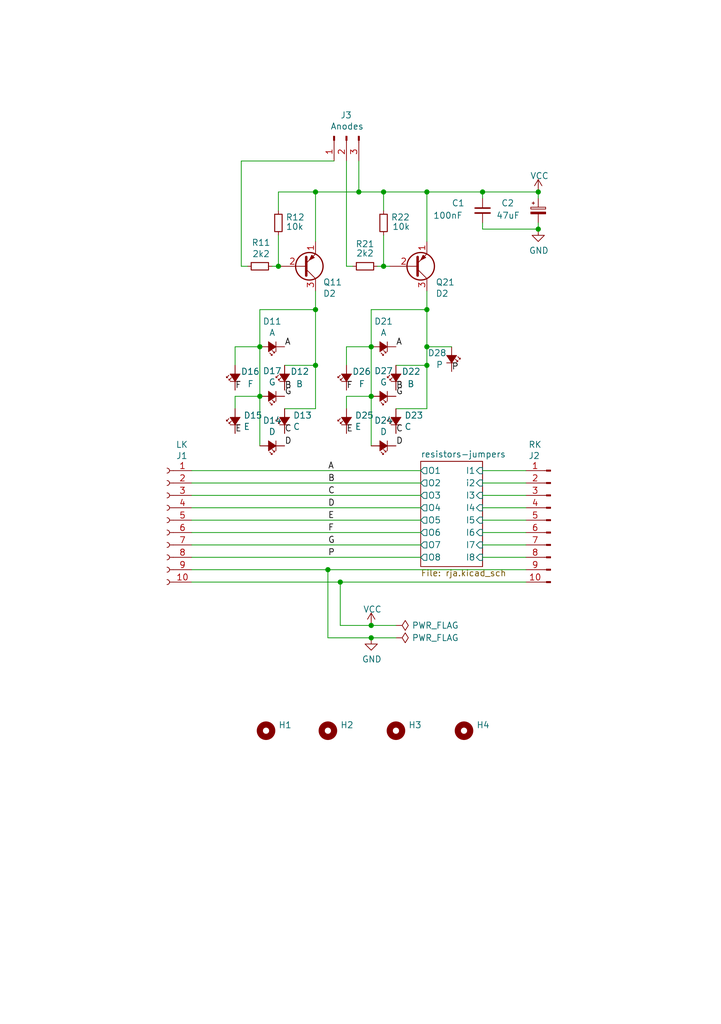
<source format=kicad_sch>
(kicad_sch (version 20231120) (generator "eeschema") (generator_version "8.0")
  (paper "A5" portrait)
  (title_block (title "7 segment digit pair") (date "2025-03-03") (rev "1"))
  (lib_symbols
    (symbol "Connector:Conn_01x03_Pin" (pin_names (offset 1.016) hide)
      (property "Reference" "J" (at 0 5.08 0))
      (property "Value" "Conn_01x03_Pin" (at 0 -5.08 0))
      (symbol "Conn_01x03_Pin_1_1"
        (polyline (pts (xy 1.27 -2.54) (xy 0.8636 -2.54)) (stroke (width 0.1524)))
        (polyline (pts (xy 1.27 0) (xy 0.8636 0)) (stroke (width 0.1524)))
        (polyline (pts (xy 1.27 2.54) (xy 0.8636 2.54)) (stroke (width 0.1524)))
        (rectangle (start 0.8636 -2.413) (end 0 -2.667) (stroke (width 0.1524)) (fill (type outline)))
        (rectangle (start 0.8636 0.127) (end 0 -0.127) (stroke (width 0.1524)) (fill (type outline)))
        (rectangle (start 0.8636 2.667) (end 0 2.413) (stroke (width 0.1524)) (fill (type outline)))
        (pin passive line (at 5.08 2.54 180) (length 3.81) (name "Pin_1") (number "1"))
        (pin passive line (at 5.08 0 180) (length 3.81) (name "Pin_2") (number "2"))
        (pin passive line (at 5.08 -2.54 180) (length 3.81) (name "Pin_3") (number "3"))
      )
    )
    (symbol "Connector:Conn_01x10_Pin" (pin_names (offset 1.016) hide)
      (property "Reference" "J" (at 0 12.7 0))
      (property "Value" "Conn_01x10_Pin" (at 0 -15.24 0))
      (symbol "Conn_01x10_Pin_1_1"
        (polyline (pts (xy 1.27 -12.7) (xy 0.8636 -12.7)) (stroke (width 0.1524)))
        (polyline (pts (xy 1.27 -10.16) (xy 0.8636 -10.16)) (stroke (width 0.1524)))
        (polyline (pts (xy 1.27 -7.62) (xy 0.8636 -7.62)) (stroke (width 0.1524)))
        (polyline (pts (xy 1.27 -5.08) (xy 0.8636 -5.08)) (stroke (width 0.1524)))
        (polyline (pts (xy 1.27 -2.54) (xy 0.8636 -2.54)) (stroke (width 0.1524)))
        (polyline (pts (xy 1.27 0) (xy 0.8636 0)) (stroke (width 0.1524)))
        (polyline (pts (xy 1.27 2.54) (xy 0.8636 2.54)) (stroke (width 0.1524)))
        (polyline (pts (xy 1.27 5.08) (xy 0.8636 5.08)) (stroke (width 0.1524)))
        (polyline (pts (xy 1.27 7.62) (xy 0.8636 7.62)) (stroke (width 0.1524)))
        (polyline (pts (xy 1.27 10.16) (xy 0.8636 10.16)) (stroke (width 0.1524)))
        (rectangle (start 0.8636 -12.573) (end 0 -12.827) (stroke (width 0.1524)) (fill (type outline)))
        (rectangle (start 0.8636 -10.033) (end 0 -10.287) (stroke (width 0.1524)) (fill (type outline)))
        (rectangle (start 0.8636 -7.493) (end 0 -7.747) (stroke (width 0.1524)) (fill (type outline)))
        (rectangle (start 0.8636 -4.953) (end 0 -5.207) (stroke (width 0.1524)) (fill (type outline)))
        (rectangle (start 0.8636 -2.413) (end 0 -2.667) (stroke (width 0.1524)) (fill (type outline)))
        (rectangle (start 0.8636 0.127) (end 0 -0.127) (stroke (width 0.1524)) (fill (type outline)))
        (rectangle (start 0.8636 2.667) (end 0 2.413) (stroke (width 0.1524)) (fill (type outline)))
        (rectangle (start 0.8636 5.207) (end 0 4.953) (stroke (width 0.1524)) (fill (type outline)))
        (rectangle (start 0.8636 7.747) (end 0 7.493) (stroke (width 0.1524)) (fill (type outline)))
        (rectangle (start 0.8636 10.287) (end 0 10.033) (stroke (width 0.1524)) (fill (type outline)))
        (pin passive line (at 5.08 10.16 180) (length 3.81) (name "Pin_1") (number "1"))
        (pin passive line (at 5.08 -12.7 180) (length 3.81) (name "Pin_10") (number "10"))
        (pin passive line (at 5.08 7.62 180) (length 3.81) (name "Pin_2") (number "2"))
        (pin passive line (at 5.08 5.08 180) (length 3.81) (name "Pin_3") (number "3"))
        (pin passive line (at 5.08 2.54 180) (length 3.81) (name "Pin_4") (number "4"))
        (pin passive line (at 5.08 0 180) (length 3.81) (name "Pin_5") (number "5"))
        (pin passive line (at 5.08 -2.54 180) (length 3.81) (name "Pin_6") (number "6"))
        (pin passive line (at 5.08 -5.08 180) (length 3.81) (name "Pin_7") (number "7"))
        (pin passive line (at 5.08 -7.62 180) (length 3.81) (name "Pin_8") (number "8"))
        (pin passive line (at 5.08 -10.16 180) (length 3.81) (name "Pin_9") (number "9"))
      )
    )
    (symbol "Connector:Conn_01x10_Socket" (pin_names (offset 1.016) hide)
      (property "Reference" "J" (at 0 12.7 0))
      (property "Value" "Conn_01x10_Socket" (at 0 -15.24 0))
      (symbol "Conn_01x10_Socket_1_1"
        (arc (start 0 -12.192) (mid -0.5058 -12.7) (end 0 -13.208) (stroke (width 0.1524)))
        (arc (start 0 -9.652) (mid -0.5058 -10.16) (end 0 -10.668) (stroke (width 0.1524)))
        (arc (start 0 -7.112) (mid -0.5058 -7.62) (end 0 -8.128) (stroke (width 0.1524)))
        (arc (start 0 -4.572) (mid -0.5058 -5.08) (end 0 -5.588) (stroke (width 0.1524)))
        (arc (start 0 -2.032) (mid -0.5058 -2.54) (end 0 -3.048) (stroke (width 0.1524)))
        (polyline (pts (xy -1.27 -12.7) (xy -0.508 -12.7)) (stroke (width 0.1524)))
        (polyline (pts (xy -1.27 -10.16) (xy -0.508 -10.16)) (stroke (width 0.1524)))
        (polyline (pts (xy -1.27 -7.62) (xy -0.508 -7.62)) (stroke (width 0.1524)))
        (polyline (pts (xy -1.27 -5.08) (xy -0.508 -5.08)) (stroke (width 0.1524)))
        (polyline (pts (xy -1.27 -2.54) (xy -0.508 -2.54)) (stroke (width 0.1524)))
        (polyline (pts (xy -1.27 0) (xy -0.508 0)) (stroke (width 0.1524)))
        (polyline (pts (xy -1.27 2.54) (xy -0.508 2.54)) (stroke (width 0.1524)))
        (polyline (pts (xy -1.27 5.08) (xy -0.508 5.08)) (stroke (width 0.1524)))
        (polyline (pts (xy -1.27 7.62) (xy -0.508 7.62)) (stroke (width 0.1524)))
        (polyline (pts (xy -1.27 10.16) (xy -0.508 10.16)) (stroke (width 0.1524)))
        (arc (start 0 0.508) (mid -0.5058 0) (end 0 -0.508) (stroke (width 0.1524)))
        (arc (start 0 3.048) (mid -0.5058 2.54) (end 0 2.032) (stroke (width 0.1524)))
        (arc (start 0 5.588) (mid -0.5058 5.08) (end 0 4.572) (stroke (width 0.1524)))
        (arc (start 0 8.128) (mid -0.5058 7.62) (end 0 7.112) (stroke (width 0.1524)))
        (arc (start 0 10.668) (mid -0.5058 10.16) (end 0 9.652) (stroke (width 0.1524)))
        (pin passive line (at -5.08 10.16 0) (length 3.81) (name "Pin_1") (number "1"))
        (pin passive line (at -5.08 -12.7 0) (length 3.81) (name "Pin_10") (number "10"))
        (pin passive line (at -5.08 7.62 0) (length 3.81) (name "Pin_2") (number "2"))
        (pin passive line (at -5.08 5.08 0) (length 3.81) (name "Pin_3") (number "3"))
        (pin passive line (at -5.08 2.54 0) (length 3.81) (name "Pin_4") (number "4"))
        (pin passive line (at -5.08 0 0) (length 3.81) (name "Pin_5") (number "5"))
        (pin passive line (at -5.08 -2.54 0) (length 3.81) (name "Pin_6") (number "6"))
        (pin passive line (at -5.08 -5.08 0) (length 3.81) (name "Pin_7") (number "7"))
        (pin passive line (at -5.08 -7.62 0) (length 3.81) (name "Pin_8") (number "8"))
        (pin passive line (at -5.08 -10.16 0) (length 3.81) (name "Pin_9") (number "9"))
      )
    )
    (symbol "Device:C_Polarized_Small" (pin_numbers hide) (pin_names (offset 0.254) hide)
      (property "Reference" "C" (at 0.254 1.778 0))
      (property "Value" "C_Polarized_Small" (at 0.254 -2.032 0))
      (symbol "C_Polarized_Small_0_1"
        (rectangle (start -1.524 -0.3048) (end 1.524 -0.6858) (fill (type outline)))
        (rectangle (start -1.524 0.6858) (end 1.524 0.3048))
        (polyline (pts (xy -1.27 1.524) (xy -0.762 1.524)))
        (polyline (pts (xy -1.016 1.27) (xy -1.016 1.778)))
      )
      (symbol "C_Polarized_Small_1_1"
        (pin passive line (at 0 2.54 270) (length 1.8542) (name "~") (number "1"))
        (pin passive line (at 0 -2.54 90) (length 1.8542) (name "~") (number "2"))
      )
    )
    (symbol "Device:C_Small" (pin_numbers hide) (pin_names (offset 0.254) hide)
      (property "Reference" "C" (at 0.254 1.778 0))
      (property "Value" "C_Small" (at 0.254 -2.032 0))
      (symbol "C_Small_0_1"
        (polyline (pts (xy -1.524 -0.508) (xy 1.524 -0.508)) (stroke (width 0.3302)))
        (polyline (pts (xy -1.524 0.508) (xy 1.524 0.508)) (stroke (width 0.3048)))
      )
      (symbol "C_Small_1_1"
        (pin passive line (at 0 2.54 270) (length 2.032) (name "~") (number "1"))
        (pin passive line (at 0 -2.54 90) (length 2.032) (name "~") (number "2"))
      )
    )
    (symbol "Device:Q_PNP_EBC" (pin_names (offset 0) hide)
      (property "Reference" "Q" (at 5.08 1.27 0))
      (property "Value" "Q_PNP_EBC" (at 5.08 -1.27 0))
      (symbol "Q_PNP_EBC_0_1"
        (polyline (pts (xy 0.635 0.635) (xy 2.54 2.54)))
        (polyline (pts (xy 0.635 -0.635) (xy 2.54 -2.54) (xy 2.54 -2.54)))
        (polyline (pts (xy 0.635 1.905) (xy 0.635 -1.905) (xy 0.635 -1.905)) (stroke (width 0.508)))
        (polyline (pts (xy 2.286 -1.778) (xy 1.778 -2.286) (xy 1.27 -1.27) (xy 2.286 -1.778) (xy 2.286 -1.778)) (fill (type outline)))
        (circle (center 1.27 0) (radius 2.8194) (stroke (width 0.254)))
      )
      (symbol "Q_PNP_EBC_1_1"
        (pin passive line (at 2.54 -5.08 90) (length 2.54) (name "E") (number "1"))
        (pin input line (at -5.08 0 0) (length 5.715) (name "B") (number "2"))
        (pin passive line (at 2.54 5.08 270) (length 2.54) (name "C") (number "3"))
      )
    )
    (symbol "Device:R_Small" (pin_numbers hide) (pin_names (offset 0.254) hide)
      (property "Reference" "R" (at 0.762 0.508 0))
      (property "Value" "R_Small" (at 0.762 -1.016 0))
      (symbol "R_Small_0_1"
        (rectangle (start -0.762 1.778) (end 0.762 -1.778) (stroke (width 0.2032)))
      )
      (symbol "R_Small_1_1"
        (pin passive line (at 0 2.54 270) (length 0.762) (name "~") (number "1"))
        (pin passive line (at 0 -2.54 90) (length 0.762) (name "~") (number "2"))
      )
    )
    (symbol "Ken:LED_Small_ALTx4" (pin_numbers hide) (pin_names (offset 0.254) hide)
      (property "Reference" "D" (at -1.27 3.175 0))
      (property "Value" "LED_Small_ALTx4" (at -4.445 -2.54 0))
      (symbol "LED_Small_ALTx4_0_1"
        (polyline (pts (xy -0.762 -1.016) (xy -0.762 1.016)))
        (polyline (pts (xy 1.016 0) (xy -0.762 0)))
        (polyline (pts (xy 0.762 -1.016) (xy -0.762 0) (xy 0.762 1.016) (xy 0.762 -1.016)) (fill (type outline)))
        (polyline (pts (xy 0 0.762) (xy -0.508 1.27) (xy -0.254 1.27) (xy -0.508 1.27) (xy -0.508 1.016)))
        (polyline (pts (xy 0.508 1.27) (xy 0 1.778) (xy 0.254 1.778) (xy 0 1.778) (xy 0 1.524)))
      )
      (symbol "LED_Small_ALTx4_1_0"
        (pin passive line (at 1.27 -2.54 90) (length 1.27) hide (name "~") (number "3"))
        (pin passive line (at -1.27 2.54 270) (length 1.27) hide (name "~") (number "4"))
        (pin passive line (at -1.27 -2.54 90) (length 1.27) hide (name "~") (number "5"))
      )
      (symbol "LED_Small_ALTx4_1_1"
        (pin passive line (at -2.54 0 0) (length 1.778) (name "K") (number "1"))
        (pin passive line (at 2.54 0 180) (length 1.778) (name "A") (number "2"))
      )
    )
    (symbol "Mechanical:MountingHole" (pin_names (offset 1.016)) (exclude_from_sim yes) (in_bom no)
      (property "Reference" "H" (at 0 5.08 0))
      (property "Value" "MountingHole" (at 0 3.175 0))
      (symbol "MountingHole_0_1"
        (circle (center 0 0) (radius 1.27) (stroke (width 1.27)))
      )
    )
    (symbol "power:GND" (power) (pin_numbers hide) (pin_names (offset 0) hide)
      (property "Value" "GND" (at 0 -3.81 0))
      (symbol "GND_0_1"
        (polyline (pts (xy 0 0) (xy 0 -1.27) (xy 1.27 -1.27) (xy 0 -2.54) (xy -1.27 -1.27) (xy 0 -1.27)))
      )
      (symbol "GND_1_1"
        (pin power_in line (at 0 0 270) (length 0) (name "~") (number "1"))
      )
    )
    (symbol "power:PWR_FLAG" (power) (pin_numbers hide) (pin_names (offset 0) hide)
      (property "Value" "PWR_FLAG" (at 0 3.81 0))
      (symbol "PWR_FLAG_0_0"
        (pin power_out line (at 0 0 90) (length 0) (name "~") (number "1"))
      )
      (symbol "PWR_FLAG_0_1"
        (polyline (pts (xy 0 0) (xy 0 1.27) (xy -1.016 1.905) (xy 0 2.54) (xy 1.016 1.905) (xy 0 1.27)))
      )
    )
    (symbol "power:VCC" (power) (pin_numbers hide) (pin_names (offset 0) hide)
      (property "Value" "VCC" (at 0 3.556 0))
      (symbol "VCC_0_1"
        (polyline (pts (xy -0.762 1.27) (xy 0 2.54)))
        (polyline (pts (xy 0 0) (xy 0 2.54)))
        (polyline (pts (xy 0 2.54) (xy 0.762 1.27)))
      )
      (symbol "VCC_1_1"
        (pin power_in line (at 0 0 90) (length 0) (name "~") (number "1"))
      )
    )
  )
  (junction (at 64.77 39.37))
  (junction (at 87.63 39.37))
  (junction (at 73.66 39.37))
  (junction (at 76.2 130.81))
  (junction (at 78.74 39.37))
  (junction (at 87.63 63.5))
  (junction (at 76.2 128.27))
  (junction (at 87.63 71.12))
  (junction (at 57.15 54.61))
  (junction (at 78.74 54.61))
  (junction (at 76.2 71.12))
  (junction (at 110.49 46.99))
  (junction (at 67.31 116.84))
  (junction (at 64.77 74.93))
  (junction (at 53.34 71.12))
  (junction (at 87.63 74.93))
  (junction (at 99.06 39.37))
  (junction (at 76.2 81.28))
  (junction (at 53.34 81.28))
  (junction (at 69.85 119.38))
  (junction (at 64.77 63.5))
  (junction (at 110.49 39.37))
  (wire (pts (xy 48.26 71.12) (xy 53.34 71.12)))
  (wire (pts (xy 76.2 63.5) (xy 87.63 63.5)))
  (wire (pts (xy 49.53 33.02) (xy 68.58 33.02)))
  (wire (pts (xy 87.63 63.5) (xy 87.63 71.12)))
  (wire (pts (xy 39.37 96.52) (xy 86.36 96.52)))
  (wire (pts (xy 99.06 99.06) (xy 107.95 99.06)))
  (wire (pts (xy 99.06 101.6) (xy 107.95 101.6)))
  (wire (pts (xy 99.06 45.72) (xy 99.06 46.99)))
  (wire (pts (xy 48.26 74.93) (xy 48.26 71.12)))
  (wire (pts (xy 39.37 99.06) (xy 86.36 99.06)))
  (wire (pts (xy 78.74 54.61) (xy 80.01 54.61)))
  (wire (pts (xy 69.85 119.38) (xy 107.95 119.38)))
  (wire (pts (xy 78.74 48.26) (xy 78.74 54.61)))
  (wire (pts (xy 64.77 59.69) (xy 64.77 63.5)))
  (wire (pts (xy 87.63 39.37) (xy 99.06 39.37)))
  (wire (pts (xy 53.34 63.5) (xy 64.77 63.5)))
  (wire (pts (xy 39.37 106.68) (xy 86.36 106.68)))
  (wire (pts (xy 107.95 116.84) (xy 67.31 116.84)))
  (wire (pts (xy 76.2 91.44) (xy 76.2 81.28)))
  (wire (pts (xy 48.26 81.28) (xy 53.34 81.28)))
  (wire (pts (xy 87.63 71.12) (xy 87.63 74.93)))
  (wire (pts (xy 53.34 91.44) (xy 53.34 81.28)))
  (wire (pts (xy 39.37 104.14) (xy 86.36 104.14)))
  (wire (pts (xy 39.37 114.3) (xy 86.36 114.3)))
  (wire (pts (xy 69.85 119.38) (xy 69.85 128.27)))
  (wire (pts (xy 55.88 54.61) (xy 57.15 54.61)))
  (wire (pts (xy 53.34 71.12) (xy 53.34 81.28)))
  (wire (pts (xy 71.12 71.12) (xy 76.2 71.12)))
  (wire (pts (xy 76.2 71.12) (xy 76.2 81.28)))
  (wire (pts (xy 53.34 71.12) (xy 53.34 63.5)))
  (wire (pts (xy 57.15 48.26) (xy 57.15 54.61)))
  (wire (pts (xy 48.26 83.82) (xy 48.26 81.28)))
  (wire (pts (xy 87.63 59.69) (xy 87.63 63.5)))
  (wire (pts (xy 64.77 39.37) (xy 64.77 49.53)))
  (wire (pts (xy 39.37 109.22) (xy 86.36 109.22)))
  (wire (pts (xy 49.53 54.61) (xy 49.53 33.02)))
  (wire (pts (xy 87.63 71.12) (xy 92.71 71.12)))
  (wire (pts (xy 99.06 39.37) (xy 99.06 40.64)))
  (wire (pts (xy 110.49 45.72) (xy 110.49 46.99)))
  (wire (pts (xy 39.37 119.38) (xy 69.85 119.38)))
  (wire (pts (xy 87.63 39.37) (xy 87.63 49.53)))
  (wire (pts (xy 99.06 111.76) (xy 107.95 111.76)))
  (wire (pts (xy 57.15 39.37) (xy 64.77 39.37)))
  (wire (pts (xy 73.66 39.37) (xy 78.74 39.37)))
  (wire (pts (xy 78.74 39.37) (xy 78.74 43.18)))
  (wire (pts (xy 99.06 104.14) (xy 107.95 104.14)))
  (wire (pts (xy 64.77 83.82) (xy 64.77 74.93)))
  (wire (pts (xy 71.12 81.28) (xy 76.2 81.28)))
  (wire (pts (xy 99.06 114.3) (xy 107.95 114.3)))
  (wire (pts (xy 64.77 39.37) (xy 73.66 39.37)))
  (wire (pts (xy 71.12 33.02) (xy 71.12 54.61)))
  (wire (pts (xy 67.31 116.84) (xy 67.31 130.81)))
  (wire (pts (xy 71.12 54.61) (xy 72.39 54.61)))
  (wire (pts (xy 39.37 111.76) (xy 86.36 111.76)))
  (wire (pts (xy 81.28 74.93) (xy 87.63 74.93)))
  (wire (pts (xy 99.06 109.22) (xy 107.95 109.22)))
  (wire (pts (xy 99.06 39.37) (xy 110.49 39.37)))
  (wire (pts (xy 71.12 83.82) (xy 71.12 81.28)))
  (wire (pts (xy 71.12 74.93) (xy 71.12 71.12)))
  (wire (pts (xy 69.85 128.27) (xy 76.2 128.27)))
  (wire (pts (xy 73.66 33.02) (xy 73.66 39.37)))
  (wire (pts (xy 39.37 116.84) (xy 67.31 116.84)))
  (wire (pts (xy 99.06 106.68) (xy 107.95 106.68)))
  (wire (pts (xy 57.15 39.37) (xy 57.15 43.18)))
  (wire (pts (xy 39.37 101.6) (xy 86.36 101.6)))
  (wire (pts (xy 110.49 46.99) (xy 99.06 46.99)))
  (wire (pts (xy 64.77 63.5) (xy 64.77 74.93)))
  (wire (pts (xy 76.2 63.5) (xy 76.2 71.12)))
  (wire (pts (xy 76.2 130.81) (xy 67.31 130.81)))
  (wire (pts (xy 81.28 83.82) (xy 87.63 83.82)))
  (wire (pts (xy 76.2 128.27) (xy 81.28 128.27)))
  (wire (pts (xy 49.53 54.61) (xy 50.8 54.61)))
  (wire (pts (xy 58.42 74.93) (xy 64.77 74.93)))
  (wire (pts (xy 58.42 83.82) (xy 64.77 83.82)))
  (wire (pts (xy 110.49 39.37) (xy 110.49 40.64)))
  (wire (pts (xy 87.63 74.93) (xy 87.63 83.82)))
  (wire (pts (xy 81.28 130.81) (xy 76.2 130.81)))
  (wire (pts (xy 77.47 54.61) (xy 78.74 54.61)))
  (wire (pts (xy 99.06 96.52) (xy 107.95 96.52)))
  (wire (pts (xy 78.74 39.37) (xy 87.63 39.37)))
  (label "A" (at 81.28 71.12 0))
  (label "E" (at 48.26 88.9 0))
  (label "F" (at 48.26 80.01 0))
  (label "G" (at 67.31 111.76 0))
  (label "C" (at 58.42 88.9 0))
  (label "A" (at 58.42 71.12 0))
  (label "B" (at 58.42 80.01 0))
  (label "C" (at 67.31 101.6 0))
  (label "P" (at 92.71 76.2 0))
  (label "P" (at 67.31 114.3 0))
  (label "F" (at 71.12 80.01 0))
  (label "B" (at 67.31 99.06 0))
  (label "D" (at 67.31 104.14 0))
  (label "E" (at 67.31 106.68 0))
  (label "D" (at 81.28 91.44 0))
  (label "C" (at 81.28 88.9 0))
  (label "E" (at 71.12 88.9 0))
  (label "F" (at 67.31 109.22 0))
  (label "G" (at 58.42 81.28 0))
  (label "B" (at 81.28 80.01 0))
  (label "G" (at 81.28 81.28 0))
  (label "A" (at 67.31 96.52 0))
  (label "D" (at 58.42 91.44 0))
  (symbol (lib_id "Ken:LED_Small_ALTx4") (at 55.88 71.12 180) (unit 1)
    (property "Reference" "D11" (at 55.88 65.913 0))
    (property "Value" "A" (at 55.88 68.2244 0))
    (property "Footprint" "Ken:LED_D3.0mmx4" (effects (hide yes)))
    (property "Description" "Light emitting diode, small symbol, filled shape" (effects (hide yes)))
  )
  (symbol (lib_id "Ken:LED_Small_ALTx4") (at 58.42 77.47 90) (unit 1)
    (property "Reference" "D12" (at 63.5 76.2 90) (effects (justify left)))
    (property "Value" "B" (at 62.23 78.74 90) (effects (justify left)))
    (property "Footprint" "Ken:LED_D3.0mmx4" (effects (hide yes)))
    (property "Description" "Light emitting diode, small symbol, filled shape" (effects (hide yes)))
  )
  (symbol (lib_id "Ken:LED_Small_ALTx4") (at 58.42 86.36 90) (unit 1)
    (property "Reference" "D13" (at 60.1472 85.1916 90) (effects (justify right)))
    (property "Value" "C" (at 60.1472 87.503 90) (effects (justify right)))
    (property "Footprint" "Ken:LED_D3.0mmx4" (effects (hide yes)))
    (property "Description" "Light emitting diode, small symbol, filled shape" (effects (hide yes)))
  )
  (symbol (lib_id "Ken:LED_Small_ALTx4") (at 55.88 81.28 180) (unit 1)
    (property "Reference" "D17" (at 55.88 76.073 0))
    (property "Value" "G" (at 55.88 78.3844 0))
    (property "Footprint" "Ken:LED_D3.0mmx4" (effects (hide yes)))
    (property "Description" "Light emitting diode, small symbol, filled shape" (effects (hide yes)))
  )
  (symbol (lib_id "Ken:LED_Small_ALTx4") (at 55.88 91.44 180) (unit 1)
    (property "Reference" "D14" (at 55.88 86.233 0))
    (property "Value" "D" (at 55.88 88.5444 0))
    (property "Footprint" "Ken:LED_D3.0mmx4" (effects (hide yes)))
    (property "Description" "Light emitting diode, small symbol, filled shape" (effects (hide yes)))
  )
  (symbol (lib_id "Ken:LED_Small_ALTx4") (at 48.26 77.47 90) (unit 1)
    (property "Reference" "D16" (at 53.34 76.2 90) (effects (justify left)))
    (property "Value" "F" (at 52.07 78.74 90) (effects (justify left)))
    (property "Footprint" "Ken:LED_D3.0mmx4" (effects (hide yes)))
    (property "Description" "Light emitting diode, small symbol, filled shape" (effects (hide yes)))
  )
  (symbol (lib_id "Ken:LED_Small_ALTx4") (at 48.26 86.36 90) (unit 1)
    (property "Reference" "D15" (at 49.9872 85.1916 90) (effects (justify right)))
    (property "Value" "E" (at 49.9872 87.503 90) (effects (justify right)))
    (property "Footprint" "Ken:LED_D3.0mmx4" (effects (hide yes)))
    (property "Description" "Light emitting diode, small symbol, filled shape" (effects (hide yes)))
  )
  (symbol (lib_id "Ken:LED_Small_ALTx4") (at 78.74 71.12 180) (unit 1)
    (property "Reference" "D21" (at 78.74 65.913 0))
    (property "Value" "A" (at 78.74 68.2244 0))
    (property "Footprint" "Ken:LED_D3.0mmx4" (effects (hide yes)))
    (property "Description" "Light emitting diode, small symbol, filled shape" (effects (hide yes)))
  )
  (symbol (lib_id "Ken:LED_Small_ALTx4") (at 81.28 77.47 90) (unit 1)
    (property "Reference" "D22" (at 86.36 76.2 90) (effects (justify left)))
    (property "Value" "B" (at 85.09 78.74 90) (effects (justify left)))
    (property "Footprint" "Ken:LED_D3.0mmx4" (effects (hide yes)))
    (property "Description" "Light emitting diode, small symbol, filled shape" (effects (hide yes)))
  )
  (symbol (lib_id "Ken:LED_Small_ALTx4") (at 81.28 86.36 90) (unit 1)
    (property "Reference" "D23" (at 83.0072 85.1916 90) (effects (justify right)))
    (property "Value" "C" (at 83.0072 87.503 90) (effects (justify right)))
    (property "Footprint" "Ken:LED_D3.0mmx4" (effects (hide yes)))
    (property "Description" "Light emitting diode, small symbol, filled shape" (effects (hide yes)))
  )
  (symbol (lib_id "Ken:LED_Small_ALTx4") (at 78.74 81.28 180) (unit 1)
    (property "Reference" "D27" (at 78.74 76.073 0))
    (property "Value" "G" (at 78.74 78.3844 0))
    (property "Footprint" "Ken:LED_D3.0mmx4" (effects (hide yes)))
    (property "Description" "Light emitting diode, small symbol, filled shape" (effects (hide yes)))
  )
  (symbol (lib_id "Ken:LED_Small_ALTx4") (at 78.74 91.44 180) (unit 1)
    (property "Reference" "D24" (at 78.74 86.233 0))
    (property "Value" "D" (at 78.74 88.5444 0))
    (property "Footprint" "Ken:LED_D3.0mmx4" (effects (hide yes)))
    (property "Description" "Light emitting diode, small symbol, filled shape" (effects (hide yes)))
  )
  (symbol (lib_id "Ken:LED_Small_ALTx4") (at 71.12 77.47 90) (unit 1)
    (property "Reference" "D26" (at 76.2 76.2 90) (effects (justify left)))
    (property "Value" "F" (at 74.93 78.74 90) (effects (justify left)))
    (property "Footprint" "Ken:LED_D3.0mmx4" (effects (hide yes)))
    (property "Description" "Light emitting diode, small symbol, filled shape" (effects (hide yes)))
  )
  (symbol (lib_id "Ken:LED_Small_ALTx4") (at 71.12 86.36 90) (unit 1)
    (property "Reference" "D25" (at 72.8472 85.1916 90) (effects (justify right)))
    (property "Value" "E" (at 72.8472 87.503 90) (effects (justify right)))
    (property "Footprint" "Ken:LED_D3.0mmx4" (effects (hide yes)))
    (property "Description" "Light emitting diode, small symbol, filled shape" (effects (hide yes)))
  )
  (symbol (lib_id "Ken:LED_Small_ALTx4") (at 92.71 73.66 270) (mirror x) (unit 1)
    (property "Reference" "D28" (at 91.694 72.39 90) (effects (justify right)))
    (property "Value" "P" (at 90.9828 74.803 90) (effects (justify right)))
    (property "Footprint" "Ken:LED_D3.0mm-colon" (effects (hide yes)))
    (property "Description" "Light emitting diode, small symbol, filled shape" (effects (hide yes)))
  )
  (symbol (lib_id "Connector:Conn_01x10_Socket") (at 34.29 106.68 0) (mirror y) (unit 1)
    (property "Reference" "J1" (at 37.338 93.472 0))
    (property "Value" "LK" (at 37.338 91.186 0))
    (property "Footprint" "Connector_PinSocket_2.54mm:PinSocket_1x10_P2.54mm_Vertical" (effects (hide yes)))
    (property "Description" "Generic connector, single row, 01x10, script generated" (effects (hide yes)))
  )
  (symbol (lib_id "Connector:Conn_01x10_Pin") (at 113.03 106.68 0) (mirror y) (unit 1)
    (property "Reference" "J2" (at 108.458 93.472 0) (effects (justify right)))
    (property "Value" "RK" (at 108.458 91.186 0) (effects (justify right)))
    (property "Footprint" "Connector_PinHeader_2.54mm:PinHeader_1x10_P2.54mm_Vertical" (effects (hide yes)))
    (property "Description" "Generic connector, single row, 01x10, script generated" (effects (hide yes)))
  )
  (symbol (lib_id "Device:R_Small") (at 57.15 45.72 0) (unit 1)
    (property "Reference" "R12" (at 58.6486 44.5516 0) (effects (justify left)))
    (property "Value" "10k" (at 58.674 46.482 0) (effects (justify left)))
    (property "Footprint" "Resistor_THT:R_Axial_DIN0207_L6.3mm_D2.5mm_P10.16mm_Horizontal" (effects (hide yes)))
  )
  (symbol (lib_id "Device:R_Small") (at 78.74 45.72 0) (unit 1)
    (property "Reference" "R22" (at 80.2386 44.5516 0) (effects (justify left)))
    (property "Value" "10k" (at 80.518 46.482 0) (effects (justify left)))
    (property "Footprint" "Resistor_THT:R_Axial_DIN0207_L6.3mm_D2.5mm_P10.16mm_Horizontal" (effects (hide yes)))
  )
  (symbol (lib_id "Device:C_Polarized_Small") (at 110.49 43.18 0) (unit 1)
    (property "Reference" "C2" (at 102.87 41.656 0) (effects (justify left)))
    (property "Value" "47uF" (at 101.854 44.196 0) (effects (justify left)))
    (property "Footprint" "Capacitor_THT:CP_Radial_D5.0mm_P2.50mm" (effects (hide yes)))
  )
  (symbol (lib_id "Device:C_Small") (at 99.06 43.18 0) (unit 1)
    (property "Reference" "C1" (at 92.71 41.656 0) (effects (justify left)))
    (property "Value" "100nF" (at 88.9 44.196 0) (effects (justify left)))
    (property "Footprint" "Capacitor_THT:C_Disc_D3.8mm_W2.6mm_P2.50mm" (effects (hide yes)))
  )
  (symbol (lib_id "power:GND") (at 110.49 46.99 0) (unit 1)
    (property "Reference" "#PWR02" (effects (hide yes)))
    (property "Value" "GND" (at 110.617 51.3842 0))
  )
  (symbol (lib_id "Device:Q_PNP_EBC") (at 62.23 54.61 0) (mirror x) (unit 1)
    (property "Reference" "Q11" (at 66.294 57.8866 0) (effects (justify left)))
    (property "Value" "D2" (at 66.294 60.198 0) (effects (justify left)))
    (property "Footprint" "Package_TO_SOT_THT:TO-92_Wide" (effects (hide yes)))
  )
  (symbol (lib_id "Device:Q_PNP_EBC") (at 85.09 54.61 0) (mirror x) (unit 1)
    (property "Reference" "Q21" (at 89.408 57.8866 0) (effects (justify left)))
    (property "Value" "D2" (at 89.408 60.198 0) (effects (justify left)))
    (property "Footprint" "Package_TO_SOT_THT:TO-92_Wide" (effects (hide yes)))
  )
  (symbol (lib_id "power:VCC") (at 76.2 128.27 0) (unit 1)
    (property "Reference" "#PWR0101" (effects (hide yes)))
    (property "Value" "VCC" (at 76.454 124.968 0))
  )
  (symbol (lib_id "power:PWR_FLAG") (at 81.28 128.27 270) (unit 1)
    (property "Reference" "#FLG0101" (effects (hide yes)))
    (property "Value" "PWR_FLAG" (at 84.5312 128.27 90) (effects (justify left)))
  )
  (symbol (lib_id "Device:R_Small") (at 53.34 54.61 270) (unit 1)
    (property "Reference" "R11" (at 53.594 49.7586 90))
    (property "Value" "2k2" (at 53.594 52.07 90))
    (property "Footprint" "Resistor_THT:R_Axial_DIN0207_L6.3mm_D2.5mm_P10.16mm_Horizontal" (effects (hide yes)))
  )
  (symbol (lib_id "Device:R_Small") (at 74.93 54.61 270) (unit 1)
    (property "Reference" "R21" (at 74.93 50.038 90))
    (property "Value" "2k2" (at 74.93 51.943 90))
    (property "Footprint" "Resistor_THT:R_Axial_DIN0207_L6.3mm_D2.5mm_P10.16mm_Horizontal" (effects (hide yes)))
  )
  (symbol (lib_id "power:PWR_FLAG") (at 81.28 130.81 270) (unit 1)
    (property "Reference" "#FLG01" (effects (hide yes)))
    (property "Value" "PWR_FLAG" (at 84.5312 130.81 90) (effects (justify left)))
  )
  (symbol (lib_id "Mechanical:MountingHole") (at 54.61 149.86 0) (unit 1)
    (property "Reference" "H1" (at 57.15 148.6916 0) (effects (justify left)))
    (property "Value" "MountingHole" (effects (hide yes)))
    (property "Footprint" "MountingHole:MountingHole_3.5mm" (effects (hide yes)))
  )
  (symbol (lib_id "Mechanical:MountingHole") (at 67.31 149.86 0) (unit 1)
    (property "Reference" "H2" (at 69.85 148.6916 0) (effects (justify left)))
    (property "Value" "MountingHole" (effects (hide yes)))
    (property "Footprint" "MountingHole:MountingHole_3.5mm" (effects (hide yes)))
  )
  (symbol (lib_id "Mechanical:MountingHole") (at 81.28 149.86 0) (unit 1)
    (property "Reference" "H3" (at 83.82 148.6916 0) (effects (justify left)))
    (property "Value" "MountingHole" (effects (hide yes)))
    (property "Footprint" "MountingHole:MountingHole_3.5mm" (effects (hide yes)))
  )
  (symbol (lib_id "Mechanical:MountingHole") (at 95.25 149.86 0) (unit 1)
    (property "Reference" "H4" (at 97.79 148.6916 0) (effects (justify left)))
    (property "Value" "MountingHole" (effects (hide yes)))
    (property "Footprint" "MountingHole:MountingHole_3.5mm" (effects (hide yes)))
  )
  (symbol (lib_id "power:GND") (at 76.2 130.81 0) (unit 1)
    (property "Reference" "#PWR03" (effects (hide yes)))
    (property "Value" "GND" (at 76.327 135.2042 0))
  )
  (symbol (lib_id "Connector:Conn_01x03_Pin") (at 71.12 27.94 90) (mirror x) (unit 1)
    (property "Reference" "J3" (at 69.85 23.622 90) (effects (justify right)))
    (property "Value" "Anodes" (at 67.818 25.908 90) (effects (justify right)))
    (property "Footprint" "Connector_PinHeader_2.54mm:PinHeader_1x03_P2.54mm_Vertical" (effects (hide yes)))
    (property "Description" "Generic connector, single row, 01x03, script generated" (effects (hide yes)))
  )
  (symbol (lib_id "power:VCC") (at 110.49 39.37 0) (unit 1)
    (property "Reference" "#PWR01" (effects (hide yes)))
    (property "Value" "VCC" (at 110.744 36.068 0))
  )
  (sheet (at 86.36 94.615) (size 12.7 21.59) (stroke (width 0.1524))
    (property "Sheetname" "resistors-jumpers" (at 86.36 93.9034 0) (effects (justify left bottom)))
    (property "Sheetfile" "rja.kicad_sch" (at 86.36 116.7896 0) (effects (justify left top)))
    (pin "I3" input (at 99.06 101.6 0))
    (pin "i2" input (at 99.06 99.06 0))
    (pin "O2" output (at 86.36 99.06 180))
    (pin "O1" output (at 86.36 96.52 180))
    (pin "I1" input (at 99.06 96.52 0))
    (pin "O3" output (at 86.36 101.6 180))
    (pin "I5" input (at 99.06 106.68 0))
    (pin "I4" input (at 99.06 104.14 0))
    (pin "I6" input (at 99.06 109.22 0))
    (pin "I7" input (at 99.06 111.76 0))
    (pin "I8" input (at 99.06 114.3 0))
    (pin "O4" output (at 86.36 104.14 180))
    (pin "O5" output (at 86.36 106.68 180))
    (pin "O6" output (at 86.36 109.22 180))
    (pin "O7" output (at 86.36 111.76 180))
    (pin "O8" output (at 86.36 114.3 180))
  )
)
</source>
